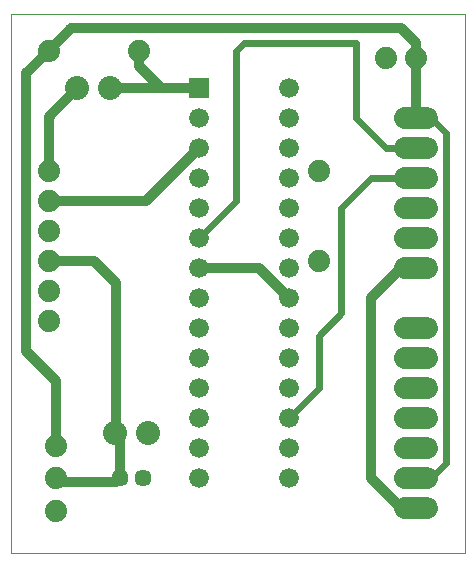
<source format=gtl>
G75*
%MOIN*%
%OFA0B0*%
%FSLAX25Y25*%
%IPPOS*%
%LPD*%
%AMOC8*
5,1,8,0,0,1.08239X$1,22.5*
%
%ADD10C,0.00000*%
%ADD11C,0.05700*%
%ADD12R,0.06600X0.06600*%
%ADD13C,0.06600*%
%ADD14C,0.07400*%
%ADD15C,0.07400*%
%ADD16C,0.08000*%
%ADD17C,0.03200*%
%ADD18C,0.02400*%
D10*
X0001000Y0001000D02*
X0001000Y0180961D01*
X0152201Y0180961D01*
X0152201Y0001000D01*
X0001000Y0001000D01*
X0134000Y0016000D02*
X0134002Y0016089D01*
X0134008Y0016178D01*
X0134018Y0016267D01*
X0134032Y0016355D01*
X0134049Y0016442D01*
X0134071Y0016528D01*
X0134097Y0016614D01*
X0134126Y0016698D01*
X0134159Y0016781D01*
X0134195Y0016862D01*
X0134236Y0016942D01*
X0134279Y0017019D01*
X0134326Y0017095D01*
X0134377Y0017168D01*
X0134430Y0017239D01*
X0134487Y0017308D01*
X0134547Y0017374D01*
X0134610Y0017438D01*
X0134675Y0017498D01*
X0134743Y0017556D01*
X0134814Y0017610D01*
X0134887Y0017661D01*
X0134962Y0017709D01*
X0135039Y0017754D01*
X0135118Y0017795D01*
X0135199Y0017832D01*
X0135281Y0017866D01*
X0135365Y0017897D01*
X0135450Y0017923D01*
X0135536Y0017946D01*
X0135623Y0017964D01*
X0135711Y0017979D01*
X0135800Y0017990D01*
X0135889Y0017997D01*
X0135978Y0018000D01*
X0136067Y0017999D01*
X0136156Y0017994D01*
X0136244Y0017985D01*
X0136333Y0017972D01*
X0136420Y0017955D01*
X0136507Y0017935D01*
X0136593Y0017910D01*
X0136677Y0017882D01*
X0136760Y0017850D01*
X0136842Y0017814D01*
X0136922Y0017775D01*
X0137000Y0017732D01*
X0137076Y0017686D01*
X0137150Y0017636D01*
X0137222Y0017583D01*
X0137291Y0017527D01*
X0137358Y0017468D01*
X0137422Y0017406D01*
X0137483Y0017342D01*
X0137542Y0017274D01*
X0137597Y0017204D01*
X0137649Y0017132D01*
X0137698Y0017057D01*
X0137743Y0016981D01*
X0137785Y0016902D01*
X0137823Y0016822D01*
X0137858Y0016740D01*
X0137889Y0016656D01*
X0137917Y0016571D01*
X0137940Y0016485D01*
X0137960Y0016398D01*
X0137976Y0016311D01*
X0137988Y0016222D01*
X0137996Y0016134D01*
X0138000Y0016045D01*
X0138000Y0015955D01*
X0137996Y0015866D01*
X0137988Y0015778D01*
X0137976Y0015689D01*
X0137960Y0015602D01*
X0137940Y0015515D01*
X0137917Y0015429D01*
X0137889Y0015344D01*
X0137858Y0015260D01*
X0137823Y0015178D01*
X0137785Y0015098D01*
X0137743Y0015019D01*
X0137698Y0014943D01*
X0137649Y0014868D01*
X0137597Y0014796D01*
X0137542Y0014726D01*
X0137483Y0014658D01*
X0137422Y0014594D01*
X0137358Y0014532D01*
X0137291Y0014473D01*
X0137222Y0014417D01*
X0137150Y0014364D01*
X0137076Y0014314D01*
X0137000Y0014268D01*
X0136922Y0014225D01*
X0136842Y0014186D01*
X0136760Y0014150D01*
X0136677Y0014118D01*
X0136593Y0014090D01*
X0136507Y0014065D01*
X0136420Y0014045D01*
X0136333Y0014028D01*
X0136244Y0014015D01*
X0136156Y0014006D01*
X0136067Y0014001D01*
X0135978Y0014000D01*
X0135889Y0014003D01*
X0135800Y0014010D01*
X0135711Y0014021D01*
X0135623Y0014036D01*
X0135536Y0014054D01*
X0135450Y0014077D01*
X0135365Y0014103D01*
X0135281Y0014134D01*
X0135199Y0014168D01*
X0135118Y0014205D01*
X0135039Y0014246D01*
X0134962Y0014291D01*
X0134887Y0014339D01*
X0134814Y0014390D01*
X0134743Y0014444D01*
X0134675Y0014502D01*
X0134610Y0014562D01*
X0134547Y0014626D01*
X0134487Y0014692D01*
X0134430Y0014761D01*
X0134377Y0014832D01*
X0134326Y0014905D01*
X0134279Y0014981D01*
X0134236Y0015058D01*
X0134195Y0015138D01*
X0134159Y0015219D01*
X0134126Y0015302D01*
X0134097Y0015386D01*
X0134071Y0015472D01*
X0134049Y0015558D01*
X0134032Y0015645D01*
X0134018Y0015733D01*
X0134008Y0015822D01*
X0134002Y0015911D01*
X0134000Y0016000D01*
X0134000Y0026000D02*
X0134002Y0026089D01*
X0134008Y0026178D01*
X0134018Y0026267D01*
X0134032Y0026355D01*
X0134049Y0026442D01*
X0134071Y0026528D01*
X0134097Y0026614D01*
X0134126Y0026698D01*
X0134159Y0026781D01*
X0134195Y0026862D01*
X0134236Y0026942D01*
X0134279Y0027019D01*
X0134326Y0027095D01*
X0134377Y0027168D01*
X0134430Y0027239D01*
X0134487Y0027308D01*
X0134547Y0027374D01*
X0134610Y0027438D01*
X0134675Y0027498D01*
X0134743Y0027556D01*
X0134814Y0027610D01*
X0134887Y0027661D01*
X0134962Y0027709D01*
X0135039Y0027754D01*
X0135118Y0027795D01*
X0135199Y0027832D01*
X0135281Y0027866D01*
X0135365Y0027897D01*
X0135450Y0027923D01*
X0135536Y0027946D01*
X0135623Y0027964D01*
X0135711Y0027979D01*
X0135800Y0027990D01*
X0135889Y0027997D01*
X0135978Y0028000D01*
X0136067Y0027999D01*
X0136156Y0027994D01*
X0136244Y0027985D01*
X0136333Y0027972D01*
X0136420Y0027955D01*
X0136507Y0027935D01*
X0136593Y0027910D01*
X0136677Y0027882D01*
X0136760Y0027850D01*
X0136842Y0027814D01*
X0136922Y0027775D01*
X0137000Y0027732D01*
X0137076Y0027686D01*
X0137150Y0027636D01*
X0137222Y0027583D01*
X0137291Y0027527D01*
X0137358Y0027468D01*
X0137422Y0027406D01*
X0137483Y0027342D01*
X0137542Y0027274D01*
X0137597Y0027204D01*
X0137649Y0027132D01*
X0137698Y0027057D01*
X0137743Y0026981D01*
X0137785Y0026902D01*
X0137823Y0026822D01*
X0137858Y0026740D01*
X0137889Y0026656D01*
X0137917Y0026571D01*
X0137940Y0026485D01*
X0137960Y0026398D01*
X0137976Y0026311D01*
X0137988Y0026222D01*
X0137996Y0026134D01*
X0138000Y0026045D01*
X0138000Y0025955D01*
X0137996Y0025866D01*
X0137988Y0025778D01*
X0137976Y0025689D01*
X0137960Y0025602D01*
X0137940Y0025515D01*
X0137917Y0025429D01*
X0137889Y0025344D01*
X0137858Y0025260D01*
X0137823Y0025178D01*
X0137785Y0025098D01*
X0137743Y0025019D01*
X0137698Y0024943D01*
X0137649Y0024868D01*
X0137597Y0024796D01*
X0137542Y0024726D01*
X0137483Y0024658D01*
X0137422Y0024594D01*
X0137358Y0024532D01*
X0137291Y0024473D01*
X0137222Y0024417D01*
X0137150Y0024364D01*
X0137076Y0024314D01*
X0137000Y0024268D01*
X0136922Y0024225D01*
X0136842Y0024186D01*
X0136760Y0024150D01*
X0136677Y0024118D01*
X0136593Y0024090D01*
X0136507Y0024065D01*
X0136420Y0024045D01*
X0136333Y0024028D01*
X0136244Y0024015D01*
X0136156Y0024006D01*
X0136067Y0024001D01*
X0135978Y0024000D01*
X0135889Y0024003D01*
X0135800Y0024010D01*
X0135711Y0024021D01*
X0135623Y0024036D01*
X0135536Y0024054D01*
X0135450Y0024077D01*
X0135365Y0024103D01*
X0135281Y0024134D01*
X0135199Y0024168D01*
X0135118Y0024205D01*
X0135039Y0024246D01*
X0134962Y0024291D01*
X0134887Y0024339D01*
X0134814Y0024390D01*
X0134743Y0024444D01*
X0134675Y0024502D01*
X0134610Y0024562D01*
X0134547Y0024626D01*
X0134487Y0024692D01*
X0134430Y0024761D01*
X0134377Y0024832D01*
X0134326Y0024905D01*
X0134279Y0024981D01*
X0134236Y0025058D01*
X0134195Y0025138D01*
X0134159Y0025219D01*
X0134126Y0025302D01*
X0134097Y0025386D01*
X0134071Y0025472D01*
X0134049Y0025558D01*
X0134032Y0025645D01*
X0134018Y0025733D01*
X0134008Y0025822D01*
X0134002Y0025911D01*
X0134000Y0026000D01*
X0134000Y0036000D02*
X0134002Y0036089D01*
X0134008Y0036178D01*
X0134018Y0036267D01*
X0134032Y0036355D01*
X0134049Y0036442D01*
X0134071Y0036528D01*
X0134097Y0036614D01*
X0134126Y0036698D01*
X0134159Y0036781D01*
X0134195Y0036862D01*
X0134236Y0036942D01*
X0134279Y0037019D01*
X0134326Y0037095D01*
X0134377Y0037168D01*
X0134430Y0037239D01*
X0134487Y0037308D01*
X0134547Y0037374D01*
X0134610Y0037438D01*
X0134675Y0037498D01*
X0134743Y0037556D01*
X0134814Y0037610D01*
X0134887Y0037661D01*
X0134962Y0037709D01*
X0135039Y0037754D01*
X0135118Y0037795D01*
X0135199Y0037832D01*
X0135281Y0037866D01*
X0135365Y0037897D01*
X0135450Y0037923D01*
X0135536Y0037946D01*
X0135623Y0037964D01*
X0135711Y0037979D01*
X0135800Y0037990D01*
X0135889Y0037997D01*
X0135978Y0038000D01*
X0136067Y0037999D01*
X0136156Y0037994D01*
X0136244Y0037985D01*
X0136333Y0037972D01*
X0136420Y0037955D01*
X0136507Y0037935D01*
X0136593Y0037910D01*
X0136677Y0037882D01*
X0136760Y0037850D01*
X0136842Y0037814D01*
X0136922Y0037775D01*
X0137000Y0037732D01*
X0137076Y0037686D01*
X0137150Y0037636D01*
X0137222Y0037583D01*
X0137291Y0037527D01*
X0137358Y0037468D01*
X0137422Y0037406D01*
X0137483Y0037342D01*
X0137542Y0037274D01*
X0137597Y0037204D01*
X0137649Y0037132D01*
X0137698Y0037057D01*
X0137743Y0036981D01*
X0137785Y0036902D01*
X0137823Y0036822D01*
X0137858Y0036740D01*
X0137889Y0036656D01*
X0137917Y0036571D01*
X0137940Y0036485D01*
X0137960Y0036398D01*
X0137976Y0036311D01*
X0137988Y0036222D01*
X0137996Y0036134D01*
X0138000Y0036045D01*
X0138000Y0035955D01*
X0137996Y0035866D01*
X0137988Y0035778D01*
X0137976Y0035689D01*
X0137960Y0035602D01*
X0137940Y0035515D01*
X0137917Y0035429D01*
X0137889Y0035344D01*
X0137858Y0035260D01*
X0137823Y0035178D01*
X0137785Y0035098D01*
X0137743Y0035019D01*
X0137698Y0034943D01*
X0137649Y0034868D01*
X0137597Y0034796D01*
X0137542Y0034726D01*
X0137483Y0034658D01*
X0137422Y0034594D01*
X0137358Y0034532D01*
X0137291Y0034473D01*
X0137222Y0034417D01*
X0137150Y0034364D01*
X0137076Y0034314D01*
X0137000Y0034268D01*
X0136922Y0034225D01*
X0136842Y0034186D01*
X0136760Y0034150D01*
X0136677Y0034118D01*
X0136593Y0034090D01*
X0136507Y0034065D01*
X0136420Y0034045D01*
X0136333Y0034028D01*
X0136244Y0034015D01*
X0136156Y0034006D01*
X0136067Y0034001D01*
X0135978Y0034000D01*
X0135889Y0034003D01*
X0135800Y0034010D01*
X0135711Y0034021D01*
X0135623Y0034036D01*
X0135536Y0034054D01*
X0135450Y0034077D01*
X0135365Y0034103D01*
X0135281Y0034134D01*
X0135199Y0034168D01*
X0135118Y0034205D01*
X0135039Y0034246D01*
X0134962Y0034291D01*
X0134887Y0034339D01*
X0134814Y0034390D01*
X0134743Y0034444D01*
X0134675Y0034502D01*
X0134610Y0034562D01*
X0134547Y0034626D01*
X0134487Y0034692D01*
X0134430Y0034761D01*
X0134377Y0034832D01*
X0134326Y0034905D01*
X0134279Y0034981D01*
X0134236Y0035058D01*
X0134195Y0035138D01*
X0134159Y0035219D01*
X0134126Y0035302D01*
X0134097Y0035386D01*
X0134071Y0035472D01*
X0134049Y0035558D01*
X0134032Y0035645D01*
X0134018Y0035733D01*
X0134008Y0035822D01*
X0134002Y0035911D01*
X0134000Y0036000D01*
X0134000Y0046000D02*
X0134002Y0046089D01*
X0134008Y0046178D01*
X0134018Y0046267D01*
X0134032Y0046355D01*
X0134049Y0046442D01*
X0134071Y0046528D01*
X0134097Y0046614D01*
X0134126Y0046698D01*
X0134159Y0046781D01*
X0134195Y0046862D01*
X0134236Y0046942D01*
X0134279Y0047019D01*
X0134326Y0047095D01*
X0134377Y0047168D01*
X0134430Y0047239D01*
X0134487Y0047308D01*
X0134547Y0047374D01*
X0134610Y0047438D01*
X0134675Y0047498D01*
X0134743Y0047556D01*
X0134814Y0047610D01*
X0134887Y0047661D01*
X0134962Y0047709D01*
X0135039Y0047754D01*
X0135118Y0047795D01*
X0135199Y0047832D01*
X0135281Y0047866D01*
X0135365Y0047897D01*
X0135450Y0047923D01*
X0135536Y0047946D01*
X0135623Y0047964D01*
X0135711Y0047979D01*
X0135800Y0047990D01*
X0135889Y0047997D01*
X0135978Y0048000D01*
X0136067Y0047999D01*
X0136156Y0047994D01*
X0136244Y0047985D01*
X0136333Y0047972D01*
X0136420Y0047955D01*
X0136507Y0047935D01*
X0136593Y0047910D01*
X0136677Y0047882D01*
X0136760Y0047850D01*
X0136842Y0047814D01*
X0136922Y0047775D01*
X0137000Y0047732D01*
X0137076Y0047686D01*
X0137150Y0047636D01*
X0137222Y0047583D01*
X0137291Y0047527D01*
X0137358Y0047468D01*
X0137422Y0047406D01*
X0137483Y0047342D01*
X0137542Y0047274D01*
X0137597Y0047204D01*
X0137649Y0047132D01*
X0137698Y0047057D01*
X0137743Y0046981D01*
X0137785Y0046902D01*
X0137823Y0046822D01*
X0137858Y0046740D01*
X0137889Y0046656D01*
X0137917Y0046571D01*
X0137940Y0046485D01*
X0137960Y0046398D01*
X0137976Y0046311D01*
X0137988Y0046222D01*
X0137996Y0046134D01*
X0138000Y0046045D01*
X0138000Y0045955D01*
X0137996Y0045866D01*
X0137988Y0045778D01*
X0137976Y0045689D01*
X0137960Y0045602D01*
X0137940Y0045515D01*
X0137917Y0045429D01*
X0137889Y0045344D01*
X0137858Y0045260D01*
X0137823Y0045178D01*
X0137785Y0045098D01*
X0137743Y0045019D01*
X0137698Y0044943D01*
X0137649Y0044868D01*
X0137597Y0044796D01*
X0137542Y0044726D01*
X0137483Y0044658D01*
X0137422Y0044594D01*
X0137358Y0044532D01*
X0137291Y0044473D01*
X0137222Y0044417D01*
X0137150Y0044364D01*
X0137076Y0044314D01*
X0137000Y0044268D01*
X0136922Y0044225D01*
X0136842Y0044186D01*
X0136760Y0044150D01*
X0136677Y0044118D01*
X0136593Y0044090D01*
X0136507Y0044065D01*
X0136420Y0044045D01*
X0136333Y0044028D01*
X0136244Y0044015D01*
X0136156Y0044006D01*
X0136067Y0044001D01*
X0135978Y0044000D01*
X0135889Y0044003D01*
X0135800Y0044010D01*
X0135711Y0044021D01*
X0135623Y0044036D01*
X0135536Y0044054D01*
X0135450Y0044077D01*
X0135365Y0044103D01*
X0135281Y0044134D01*
X0135199Y0044168D01*
X0135118Y0044205D01*
X0135039Y0044246D01*
X0134962Y0044291D01*
X0134887Y0044339D01*
X0134814Y0044390D01*
X0134743Y0044444D01*
X0134675Y0044502D01*
X0134610Y0044562D01*
X0134547Y0044626D01*
X0134487Y0044692D01*
X0134430Y0044761D01*
X0134377Y0044832D01*
X0134326Y0044905D01*
X0134279Y0044981D01*
X0134236Y0045058D01*
X0134195Y0045138D01*
X0134159Y0045219D01*
X0134126Y0045302D01*
X0134097Y0045386D01*
X0134071Y0045472D01*
X0134049Y0045558D01*
X0134032Y0045645D01*
X0134018Y0045733D01*
X0134008Y0045822D01*
X0134002Y0045911D01*
X0134000Y0046000D01*
X0134000Y0056000D02*
X0134002Y0056089D01*
X0134008Y0056178D01*
X0134018Y0056267D01*
X0134032Y0056355D01*
X0134049Y0056442D01*
X0134071Y0056528D01*
X0134097Y0056614D01*
X0134126Y0056698D01*
X0134159Y0056781D01*
X0134195Y0056862D01*
X0134236Y0056942D01*
X0134279Y0057019D01*
X0134326Y0057095D01*
X0134377Y0057168D01*
X0134430Y0057239D01*
X0134487Y0057308D01*
X0134547Y0057374D01*
X0134610Y0057438D01*
X0134675Y0057498D01*
X0134743Y0057556D01*
X0134814Y0057610D01*
X0134887Y0057661D01*
X0134962Y0057709D01*
X0135039Y0057754D01*
X0135118Y0057795D01*
X0135199Y0057832D01*
X0135281Y0057866D01*
X0135365Y0057897D01*
X0135450Y0057923D01*
X0135536Y0057946D01*
X0135623Y0057964D01*
X0135711Y0057979D01*
X0135800Y0057990D01*
X0135889Y0057997D01*
X0135978Y0058000D01*
X0136067Y0057999D01*
X0136156Y0057994D01*
X0136244Y0057985D01*
X0136333Y0057972D01*
X0136420Y0057955D01*
X0136507Y0057935D01*
X0136593Y0057910D01*
X0136677Y0057882D01*
X0136760Y0057850D01*
X0136842Y0057814D01*
X0136922Y0057775D01*
X0137000Y0057732D01*
X0137076Y0057686D01*
X0137150Y0057636D01*
X0137222Y0057583D01*
X0137291Y0057527D01*
X0137358Y0057468D01*
X0137422Y0057406D01*
X0137483Y0057342D01*
X0137542Y0057274D01*
X0137597Y0057204D01*
X0137649Y0057132D01*
X0137698Y0057057D01*
X0137743Y0056981D01*
X0137785Y0056902D01*
X0137823Y0056822D01*
X0137858Y0056740D01*
X0137889Y0056656D01*
X0137917Y0056571D01*
X0137940Y0056485D01*
X0137960Y0056398D01*
X0137976Y0056311D01*
X0137988Y0056222D01*
X0137996Y0056134D01*
X0138000Y0056045D01*
X0138000Y0055955D01*
X0137996Y0055866D01*
X0137988Y0055778D01*
X0137976Y0055689D01*
X0137960Y0055602D01*
X0137940Y0055515D01*
X0137917Y0055429D01*
X0137889Y0055344D01*
X0137858Y0055260D01*
X0137823Y0055178D01*
X0137785Y0055098D01*
X0137743Y0055019D01*
X0137698Y0054943D01*
X0137649Y0054868D01*
X0137597Y0054796D01*
X0137542Y0054726D01*
X0137483Y0054658D01*
X0137422Y0054594D01*
X0137358Y0054532D01*
X0137291Y0054473D01*
X0137222Y0054417D01*
X0137150Y0054364D01*
X0137076Y0054314D01*
X0137000Y0054268D01*
X0136922Y0054225D01*
X0136842Y0054186D01*
X0136760Y0054150D01*
X0136677Y0054118D01*
X0136593Y0054090D01*
X0136507Y0054065D01*
X0136420Y0054045D01*
X0136333Y0054028D01*
X0136244Y0054015D01*
X0136156Y0054006D01*
X0136067Y0054001D01*
X0135978Y0054000D01*
X0135889Y0054003D01*
X0135800Y0054010D01*
X0135711Y0054021D01*
X0135623Y0054036D01*
X0135536Y0054054D01*
X0135450Y0054077D01*
X0135365Y0054103D01*
X0135281Y0054134D01*
X0135199Y0054168D01*
X0135118Y0054205D01*
X0135039Y0054246D01*
X0134962Y0054291D01*
X0134887Y0054339D01*
X0134814Y0054390D01*
X0134743Y0054444D01*
X0134675Y0054502D01*
X0134610Y0054562D01*
X0134547Y0054626D01*
X0134487Y0054692D01*
X0134430Y0054761D01*
X0134377Y0054832D01*
X0134326Y0054905D01*
X0134279Y0054981D01*
X0134236Y0055058D01*
X0134195Y0055138D01*
X0134159Y0055219D01*
X0134126Y0055302D01*
X0134097Y0055386D01*
X0134071Y0055472D01*
X0134049Y0055558D01*
X0134032Y0055645D01*
X0134018Y0055733D01*
X0134008Y0055822D01*
X0134002Y0055911D01*
X0134000Y0056000D01*
X0134000Y0066000D02*
X0134002Y0066089D01*
X0134008Y0066178D01*
X0134018Y0066267D01*
X0134032Y0066355D01*
X0134049Y0066442D01*
X0134071Y0066528D01*
X0134097Y0066614D01*
X0134126Y0066698D01*
X0134159Y0066781D01*
X0134195Y0066862D01*
X0134236Y0066942D01*
X0134279Y0067019D01*
X0134326Y0067095D01*
X0134377Y0067168D01*
X0134430Y0067239D01*
X0134487Y0067308D01*
X0134547Y0067374D01*
X0134610Y0067438D01*
X0134675Y0067498D01*
X0134743Y0067556D01*
X0134814Y0067610D01*
X0134887Y0067661D01*
X0134962Y0067709D01*
X0135039Y0067754D01*
X0135118Y0067795D01*
X0135199Y0067832D01*
X0135281Y0067866D01*
X0135365Y0067897D01*
X0135450Y0067923D01*
X0135536Y0067946D01*
X0135623Y0067964D01*
X0135711Y0067979D01*
X0135800Y0067990D01*
X0135889Y0067997D01*
X0135978Y0068000D01*
X0136067Y0067999D01*
X0136156Y0067994D01*
X0136244Y0067985D01*
X0136333Y0067972D01*
X0136420Y0067955D01*
X0136507Y0067935D01*
X0136593Y0067910D01*
X0136677Y0067882D01*
X0136760Y0067850D01*
X0136842Y0067814D01*
X0136922Y0067775D01*
X0137000Y0067732D01*
X0137076Y0067686D01*
X0137150Y0067636D01*
X0137222Y0067583D01*
X0137291Y0067527D01*
X0137358Y0067468D01*
X0137422Y0067406D01*
X0137483Y0067342D01*
X0137542Y0067274D01*
X0137597Y0067204D01*
X0137649Y0067132D01*
X0137698Y0067057D01*
X0137743Y0066981D01*
X0137785Y0066902D01*
X0137823Y0066822D01*
X0137858Y0066740D01*
X0137889Y0066656D01*
X0137917Y0066571D01*
X0137940Y0066485D01*
X0137960Y0066398D01*
X0137976Y0066311D01*
X0137988Y0066222D01*
X0137996Y0066134D01*
X0138000Y0066045D01*
X0138000Y0065955D01*
X0137996Y0065866D01*
X0137988Y0065778D01*
X0137976Y0065689D01*
X0137960Y0065602D01*
X0137940Y0065515D01*
X0137917Y0065429D01*
X0137889Y0065344D01*
X0137858Y0065260D01*
X0137823Y0065178D01*
X0137785Y0065098D01*
X0137743Y0065019D01*
X0137698Y0064943D01*
X0137649Y0064868D01*
X0137597Y0064796D01*
X0137542Y0064726D01*
X0137483Y0064658D01*
X0137422Y0064594D01*
X0137358Y0064532D01*
X0137291Y0064473D01*
X0137222Y0064417D01*
X0137150Y0064364D01*
X0137076Y0064314D01*
X0137000Y0064268D01*
X0136922Y0064225D01*
X0136842Y0064186D01*
X0136760Y0064150D01*
X0136677Y0064118D01*
X0136593Y0064090D01*
X0136507Y0064065D01*
X0136420Y0064045D01*
X0136333Y0064028D01*
X0136244Y0064015D01*
X0136156Y0064006D01*
X0136067Y0064001D01*
X0135978Y0064000D01*
X0135889Y0064003D01*
X0135800Y0064010D01*
X0135711Y0064021D01*
X0135623Y0064036D01*
X0135536Y0064054D01*
X0135450Y0064077D01*
X0135365Y0064103D01*
X0135281Y0064134D01*
X0135199Y0064168D01*
X0135118Y0064205D01*
X0135039Y0064246D01*
X0134962Y0064291D01*
X0134887Y0064339D01*
X0134814Y0064390D01*
X0134743Y0064444D01*
X0134675Y0064502D01*
X0134610Y0064562D01*
X0134547Y0064626D01*
X0134487Y0064692D01*
X0134430Y0064761D01*
X0134377Y0064832D01*
X0134326Y0064905D01*
X0134279Y0064981D01*
X0134236Y0065058D01*
X0134195Y0065138D01*
X0134159Y0065219D01*
X0134126Y0065302D01*
X0134097Y0065386D01*
X0134071Y0065472D01*
X0134049Y0065558D01*
X0134032Y0065645D01*
X0134018Y0065733D01*
X0134008Y0065822D01*
X0134002Y0065911D01*
X0134000Y0066000D01*
X0134000Y0076000D02*
X0134002Y0076089D01*
X0134008Y0076178D01*
X0134018Y0076267D01*
X0134032Y0076355D01*
X0134049Y0076442D01*
X0134071Y0076528D01*
X0134097Y0076614D01*
X0134126Y0076698D01*
X0134159Y0076781D01*
X0134195Y0076862D01*
X0134236Y0076942D01*
X0134279Y0077019D01*
X0134326Y0077095D01*
X0134377Y0077168D01*
X0134430Y0077239D01*
X0134487Y0077308D01*
X0134547Y0077374D01*
X0134610Y0077438D01*
X0134675Y0077498D01*
X0134743Y0077556D01*
X0134814Y0077610D01*
X0134887Y0077661D01*
X0134962Y0077709D01*
X0135039Y0077754D01*
X0135118Y0077795D01*
X0135199Y0077832D01*
X0135281Y0077866D01*
X0135365Y0077897D01*
X0135450Y0077923D01*
X0135536Y0077946D01*
X0135623Y0077964D01*
X0135711Y0077979D01*
X0135800Y0077990D01*
X0135889Y0077997D01*
X0135978Y0078000D01*
X0136067Y0077999D01*
X0136156Y0077994D01*
X0136244Y0077985D01*
X0136333Y0077972D01*
X0136420Y0077955D01*
X0136507Y0077935D01*
X0136593Y0077910D01*
X0136677Y0077882D01*
X0136760Y0077850D01*
X0136842Y0077814D01*
X0136922Y0077775D01*
X0137000Y0077732D01*
X0137076Y0077686D01*
X0137150Y0077636D01*
X0137222Y0077583D01*
X0137291Y0077527D01*
X0137358Y0077468D01*
X0137422Y0077406D01*
X0137483Y0077342D01*
X0137542Y0077274D01*
X0137597Y0077204D01*
X0137649Y0077132D01*
X0137698Y0077057D01*
X0137743Y0076981D01*
X0137785Y0076902D01*
X0137823Y0076822D01*
X0137858Y0076740D01*
X0137889Y0076656D01*
X0137917Y0076571D01*
X0137940Y0076485D01*
X0137960Y0076398D01*
X0137976Y0076311D01*
X0137988Y0076222D01*
X0137996Y0076134D01*
X0138000Y0076045D01*
X0138000Y0075955D01*
X0137996Y0075866D01*
X0137988Y0075778D01*
X0137976Y0075689D01*
X0137960Y0075602D01*
X0137940Y0075515D01*
X0137917Y0075429D01*
X0137889Y0075344D01*
X0137858Y0075260D01*
X0137823Y0075178D01*
X0137785Y0075098D01*
X0137743Y0075019D01*
X0137698Y0074943D01*
X0137649Y0074868D01*
X0137597Y0074796D01*
X0137542Y0074726D01*
X0137483Y0074658D01*
X0137422Y0074594D01*
X0137358Y0074532D01*
X0137291Y0074473D01*
X0137222Y0074417D01*
X0137150Y0074364D01*
X0137076Y0074314D01*
X0137000Y0074268D01*
X0136922Y0074225D01*
X0136842Y0074186D01*
X0136760Y0074150D01*
X0136677Y0074118D01*
X0136593Y0074090D01*
X0136507Y0074065D01*
X0136420Y0074045D01*
X0136333Y0074028D01*
X0136244Y0074015D01*
X0136156Y0074006D01*
X0136067Y0074001D01*
X0135978Y0074000D01*
X0135889Y0074003D01*
X0135800Y0074010D01*
X0135711Y0074021D01*
X0135623Y0074036D01*
X0135536Y0074054D01*
X0135450Y0074077D01*
X0135365Y0074103D01*
X0135281Y0074134D01*
X0135199Y0074168D01*
X0135118Y0074205D01*
X0135039Y0074246D01*
X0134962Y0074291D01*
X0134887Y0074339D01*
X0134814Y0074390D01*
X0134743Y0074444D01*
X0134675Y0074502D01*
X0134610Y0074562D01*
X0134547Y0074626D01*
X0134487Y0074692D01*
X0134430Y0074761D01*
X0134377Y0074832D01*
X0134326Y0074905D01*
X0134279Y0074981D01*
X0134236Y0075058D01*
X0134195Y0075138D01*
X0134159Y0075219D01*
X0134126Y0075302D01*
X0134097Y0075386D01*
X0134071Y0075472D01*
X0134049Y0075558D01*
X0134032Y0075645D01*
X0134018Y0075733D01*
X0134008Y0075822D01*
X0134002Y0075911D01*
X0134000Y0076000D01*
D11*
X0044937Y0026000D03*
X0037063Y0026000D03*
D12*
X0063500Y0156000D03*
D13*
X0063500Y0146000D03*
X0063500Y0136000D03*
X0063500Y0126000D03*
X0063500Y0116000D03*
X0063500Y0106000D03*
X0063500Y0096000D03*
X0063500Y0086000D03*
X0063500Y0076000D03*
X0063500Y0066000D03*
X0063500Y0056000D03*
X0063500Y0046000D03*
X0063500Y0036000D03*
X0063500Y0026000D03*
X0093500Y0026000D03*
X0093500Y0036000D03*
X0093500Y0046000D03*
X0093500Y0056000D03*
X0093500Y0066000D03*
X0093500Y0076000D03*
X0093500Y0086000D03*
X0093500Y0096000D03*
X0093500Y0106000D03*
X0093500Y0116000D03*
X0093500Y0126000D03*
X0093500Y0136000D03*
X0093500Y0146000D03*
X0093500Y0156000D03*
D14*
X0103500Y0128500D03*
X0103500Y0098500D03*
X0126000Y0166000D03*
X0136000Y0166000D03*
X0043500Y0168500D03*
X0013500Y0168500D03*
X0013500Y0128500D03*
X0013500Y0118500D03*
X0013500Y0108500D03*
X0013500Y0098500D03*
X0013500Y0088500D03*
X0013500Y0078500D03*
X0016000Y0036700D03*
X0016000Y0026000D03*
X0016000Y0015300D03*
D15*
X0132300Y0016000D02*
X0139700Y0016000D01*
X0139700Y0026000D02*
X0132300Y0026000D01*
X0132300Y0036000D02*
X0139700Y0036000D01*
X0139700Y0046000D02*
X0132300Y0046000D01*
X0132300Y0056000D02*
X0139700Y0056000D01*
X0139700Y0066000D02*
X0132300Y0066000D01*
X0132300Y0076000D02*
X0139700Y0076000D01*
X0139700Y0096000D02*
X0132300Y0096000D01*
X0132300Y0106000D02*
X0139700Y0106000D01*
X0139700Y0116000D02*
X0132300Y0116000D01*
X0132300Y0126000D02*
X0139700Y0126000D01*
X0139700Y0136000D02*
X0132300Y0136000D01*
X0132300Y0146000D02*
X0139700Y0146000D01*
D16*
X0046500Y0041000D03*
X0035500Y0041000D03*
X0034000Y0156000D03*
X0023000Y0156000D03*
D17*
X0013500Y0146500D01*
X0013500Y0128500D01*
X0013500Y0118500D02*
X0046000Y0118500D01*
X0063500Y0136000D01*
X0063500Y0156000D02*
X0051000Y0156000D01*
X0034000Y0156000D01*
X0043500Y0163500D02*
X0051000Y0156000D01*
X0043500Y0163500D02*
X0043500Y0168500D01*
X0021000Y0176000D02*
X0131000Y0176000D01*
X0136000Y0171000D01*
X0136000Y0166000D01*
X0136000Y0146000D01*
X0136000Y0096000D02*
X0131000Y0096000D01*
X0121000Y0086000D01*
X0121000Y0026000D01*
X0131000Y0016000D01*
X0136000Y0026000D02*
X0141000Y0026000D01*
X0093500Y0086000D02*
X0083500Y0096000D01*
X0063500Y0096000D01*
X0036000Y0091000D02*
X0036000Y0041500D01*
X0035500Y0041000D02*
X0037063Y0039437D01*
X0037063Y0026000D01*
X0036000Y0024937D02*
X0017063Y0024937D01*
X0016000Y0036700D02*
X0016000Y0058500D01*
X0006000Y0068500D01*
X0006000Y0161000D01*
X0013500Y0168500D01*
X0021000Y0176000D01*
X0013500Y0098500D02*
X0028500Y0098500D01*
X0036000Y0091000D01*
D18*
X0063500Y0106000D02*
X0076000Y0118500D01*
X0076000Y0168500D01*
X0078500Y0171000D01*
X0116000Y0171000D01*
X0116000Y0146000D01*
X0126000Y0136000D01*
X0136000Y0136000D01*
X0136000Y0126000D02*
X0121000Y0126000D01*
X0111000Y0116000D01*
X0111000Y0081000D01*
X0103500Y0073500D01*
X0103500Y0056000D01*
X0093500Y0046000D01*
X0131000Y0016000D02*
X0136000Y0016000D01*
X0141000Y0026000D02*
X0146000Y0031000D01*
X0146000Y0141000D01*
X0141000Y0146000D01*
X0136000Y0146000D01*
X0036000Y0041500D02*
X0035500Y0041000D01*
X0037063Y0026000D02*
X0036000Y0024937D01*
M02*

</source>
